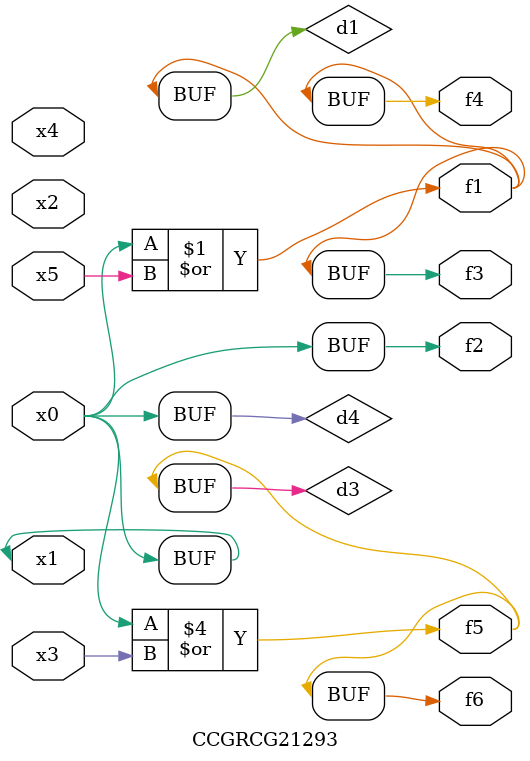
<source format=v>
module CCGRCG21293(
	input x0, x1, x2, x3, x4, x5,
	output f1, f2, f3, f4, f5, f6
);

	wire d1, d2, d3, d4;

	or (d1, x0, x5);
	xnor (d2, x1, x4);
	or (d3, x0, x3);
	buf (d4, x0, x1);
	assign f1 = d1;
	assign f2 = d4;
	assign f3 = d1;
	assign f4 = d1;
	assign f5 = d3;
	assign f6 = d3;
endmodule

</source>
